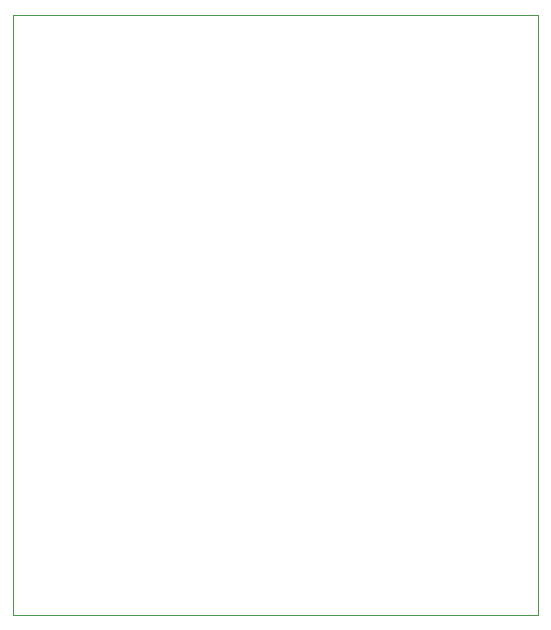
<source format=gbr>
G04 CAM350/DFMSTREAM V12.1 (Build 1022) Date:  Fri Nov 06 13:38:26 2015 *
G04 Database: C:\Projects\3894_EVB_TGP2105_MArnold_102015\Gerbers\110615\GBR_1138089-A.cam *
G04 Layer 4: OUTLINE *
%FSLAX24Y24*%
%MOIN*%
%SFA1.000B1.000*%

%MIA0B0*%
%IPPOS*%
%ADD21C,0.00000*%
%LNOUTLINE*%
%LPD*%
G54D21*
X-8750Y10000D02*
G01X8750D01*
X-8750Y-10000D02*
G01Y10000D01*
Y-10000D02*
G01X8750D01*
Y10000*
M02*

</source>
